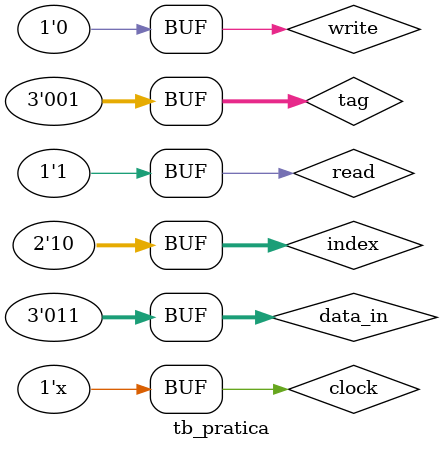
<source format=v>
module tb_pratica();

  reg clock;
  reg [2:0] tag;
  reg [1:0] index;
  reg [2:0] data_in;
  reg read;
  reg write;
  wire hit;
  wire miss;
  wire [2:0] data_out;
  wire dirty;
  wire valid;
  wire [1:0] lru;
  wire writeBack;
  wire way;
  wire [2:0] tag_before;

  // Instanciando o módulo cache_2way
  pratica cache (
    .clk(clock),
    .write(write),
    .read(read),
	 .tag_before(tag_before),
    .tag(tag),
    .index(index),
    .data_in(data_in),
    .hit(hit),
    .miss(miss),
    .data_out(data_out),
    .dirty(dirty),
    .valid(valid),
    .lru(lru),
    .writeBack(writeBack),
    .way(way)
  );

  // Clock generator
  always begin
    #5 clock = ~clock;
  end

  // Test cases
  initial begin
    clock = 0;

    // Test case 1
    tag = 3'b100;
    index = 2'b00;
    read = 1;
    write = 0;
    #10;

    // Test case 2
    tag = 3'b101;
    index = 2'b00;
    read = 1;
    write = 0;
    #10;

    // Test case 3
    tag = 3'b100;
    index = 2'b00;
    read = 1;
    write = 0;
    #10;

    // Test case 4
    tag = 3'b000;
    index = 2'b01;
    read = 0;
    write = 1;
    data_in = 3'b111;
    #10;

    // Test case 5
    tag = 3'b111;
    index = 2'b10;
    read = 0;
    write = 1;
    data_in = 3'b010;
    #10;

    // Test case 6
    tag = 3'b110;
    index = 2'b10;
    read = 0;
    write = 1;
    data_in = 3'b011;
    #10;

    // Test case 7
    tag = 3'b001;
    index = 2'b10;
    read = 1;
    write = 0;
    #10;

  end
endmodule
</source>
